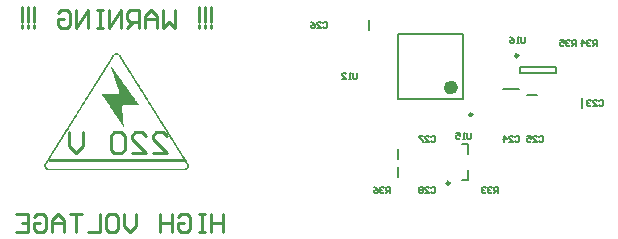
<source format=gbo>
G04*
G04 #@! TF.GenerationSoftware,Altium Limited,Altium Designer,24.5.2 (23)*
G04*
G04 Layer_Color=32896*
%FSLAX25Y25*%
%MOIN*%
G70*
G04*
G04 #@! TF.SameCoordinates,2268A734-3591-48FF-B187-AB4D2D4595D2*
G04*
G04*
G04 #@! TF.FilePolarity,Positive*
G04*
G01*
G75*
%ADD10C,0.00984*%
%ADD11C,0.01000*%
%ADD12C,0.00787*%
%ADD16C,0.00500*%
%ADD65C,0.02362*%
G36*
X80318Y190369D02*
X80764D01*
Y190220D01*
X80913D01*
Y190071D01*
X81062D01*
Y189922D01*
X81211D01*
Y189774D01*
X81359D01*
Y189476D01*
X81508D01*
Y189327D01*
X81657D01*
Y189029D01*
X81806D01*
Y188732D01*
X81955D01*
Y188583D01*
X82104D01*
Y188285D01*
X82253D01*
Y188136D01*
X82402D01*
Y187839D01*
X82550D01*
Y187690D01*
X82699D01*
Y187392D01*
X82848D01*
Y187094D01*
X82997D01*
Y186945D01*
X83146D01*
Y186648D01*
X83295D01*
Y186499D01*
X83443D01*
Y186201D01*
X83592D01*
Y185904D01*
X83741D01*
Y185755D01*
X83890D01*
Y185457D01*
X84039D01*
Y185308D01*
X84188D01*
Y185011D01*
X84337D01*
Y184713D01*
X84485D01*
Y184564D01*
X84634D01*
Y184266D01*
X84783D01*
Y184117D01*
X84932D01*
Y183820D01*
X85081D01*
Y183522D01*
X85230D01*
Y183373D01*
X85378D01*
Y183075D01*
X85527D01*
Y182927D01*
X85676D01*
Y182629D01*
X85825D01*
Y182331D01*
X85974D01*
Y182182D01*
X86123D01*
Y181885D01*
X86272D01*
Y181736D01*
X86420D01*
Y181438D01*
X86569D01*
Y181140D01*
X86718D01*
Y180992D01*
X86867D01*
Y180694D01*
X87016D01*
Y180545D01*
X87165D01*
Y180247D01*
X87313D01*
Y179950D01*
X87462D01*
Y179801D01*
X87611D01*
Y179503D01*
X87760D01*
Y179354D01*
X87909D01*
Y179057D01*
X88058D01*
Y178759D01*
X88206D01*
Y178610D01*
X88355D01*
Y178312D01*
X88504D01*
Y178164D01*
X88653D01*
Y177866D01*
X88802D01*
Y177568D01*
X88951D01*
Y177419D01*
X89100D01*
Y177122D01*
X89248D01*
Y176973D01*
X89397D01*
Y176675D01*
X89546D01*
Y176526D01*
X89695D01*
Y176228D01*
X89844D01*
Y175931D01*
X89993D01*
Y175782D01*
X90141D01*
Y175484D01*
X90290D01*
Y175335D01*
X90439D01*
Y175038D01*
X90588D01*
Y174740D01*
X90737D01*
Y174591D01*
X90886D01*
Y174293D01*
X91035D01*
Y174145D01*
X91183D01*
Y173847D01*
X91332D01*
Y173549D01*
X91481D01*
Y173400D01*
X91630D01*
Y173103D01*
X91779D01*
Y172954D01*
X91928D01*
Y172656D01*
X92076D01*
Y172359D01*
X92225D01*
Y172210D01*
X92374D01*
Y171912D01*
X92523D01*
Y171763D01*
X92672D01*
Y171465D01*
X92821D01*
Y171168D01*
X92970D01*
Y171019D01*
X93118D01*
Y170721D01*
X93267D01*
Y170572D01*
X93416D01*
Y170275D01*
X93565D01*
Y169977D01*
X93714D01*
Y169828D01*
X93863D01*
Y169530D01*
X94011D01*
Y169381D01*
X94160D01*
Y169084D01*
X94309D01*
Y168786D01*
X94458D01*
Y168637D01*
X94607D01*
Y168340D01*
X94756D01*
Y168191D01*
X94905D01*
Y167893D01*
X95053D01*
Y167595D01*
X95202D01*
Y167446D01*
X95351D01*
Y167149D01*
X95500D01*
Y167000D01*
X95649D01*
Y166702D01*
X95798D01*
Y166405D01*
X95947D01*
Y166256D01*
X96095D01*
Y165958D01*
X96244D01*
Y165809D01*
X96393D01*
Y165512D01*
X96542D01*
Y165214D01*
X96691D01*
Y165065D01*
X96840D01*
Y164767D01*
X96988D01*
Y164619D01*
X97137D01*
Y164321D01*
X97286D01*
Y164023D01*
X97435D01*
Y163874D01*
X97584D01*
Y163576D01*
X97733D01*
Y163428D01*
X97882D01*
Y163130D01*
X98030D01*
Y162832D01*
X98179D01*
Y162683D01*
X98328D01*
Y162386D01*
X98477D01*
Y162237D01*
X98626D01*
Y161939D01*
X98775D01*
Y161642D01*
X98923D01*
Y161493D01*
X99072D01*
Y161195D01*
X99221D01*
Y161046D01*
X99370D01*
Y160748D01*
X99519D01*
Y160600D01*
X99668D01*
Y160302D01*
X99817D01*
Y160004D01*
X99965D01*
Y159855D01*
X100114D01*
Y159558D01*
X100263D01*
Y159409D01*
X100412D01*
Y159111D01*
X100561D01*
Y158813D01*
X100710D01*
Y158665D01*
X100858D01*
Y158367D01*
X101007D01*
Y158218D01*
X101156D01*
Y157920D01*
X101305D01*
Y157623D01*
X101454D01*
Y157474D01*
X101603D01*
Y157176D01*
X101752D01*
Y157027D01*
X101900D01*
Y156730D01*
X102049D01*
Y156432D01*
X102198D01*
Y156283D01*
X102347D01*
Y155985D01*
X102496D01*
Y155836D01*
X102645D01*
Y155539D01*
X102794D01*
Y155241D01*
X102942D01*
Y155092D01*
X103091D01*
Y154795D01*
X103240D01*
Y154646D01*
X103389D01*
Y154348D01*
X103538D01*
Y154050D01*
X103687D01*
Y153902D01*
X103835D01*
Y153604D01*
X103984D01*
Y152413D01*
X103835D01*
Y152115D01*
X103687D01*
Y151967D01*
X103538D01*
Y151818D01*
X103389D01*
Y151669D01*
X103091D01*
Y151520D01*
X56800D01*
Y151669D01*
X56502D01*
Y151818D01*
X56353D01*
Y151967D01*
X56204D01*
Y152264D01*
X56056D01*
Y152562D01*
X55907D01*
Y153455D01*
X56056D01*
Y153753D01*
X56204D01*
Y154050D01*
X56353D01*
Y154348D01*
X56502D01*
Y154497D01*
X56651D01*
Y154795D01*
X56800D01*
Y155092D01*
X56949D01*
Y155241D01*
X57098D01*
Y155539D01*
X57246D01*
Y155688D01*
X57395D01*
Y155985D01*
X57544D01*
Y156134D01*
X57693D01*
Y156432D01*
X57842D01*
Y156730D01*
X57991D01*
Y156878D01*
X58139D01*
Y157176D01*
X58288D01*
Y157325D01*
X58437D01*
Y157623D01*
X58586D01*
Y157920D01*
X58735D01*
Y158069D01*
X58884D01*
Y158367D01*
X59032D01*
Y158516D01*
X59181D01*
Y158813D01*
X59330D01*
Y159111D01*
X59479D01*
Y159260D01*
X59628D01*
Y159558D01*
X59777D01*
Y159706D01*
X59926D01*
Y160004D01*
X60074D01*
Y160302D01*
X60223D01*
Y160451D01*
X60372D01*
Y160748D01*
X60521D01*
Y160897D01*
X60670D01*
Y161195D01*
X60819D01*
Y161493D01*
X60967D01*
Y161642D01*
X61116D01*
Y161939D01*
X61265D01*
Y162088D01*
X61414D01*
Y162386D01*
X61563D01*
Y162683D01*
X61712D01*
Y162832D01*
X61861D01*
Y163130D01*
X62009D01*
Y163279D01*
X62158D01*
Y163576D01*
X62307D01*
Y163874D01*
X62456D01*
Y164023D01*
X62605D01*
Y164321D01*
X62754D01*
Y164470D01*
X62902D01*
Y164767D01*
X63051D01*
Y165065D01*
X63200D01*
Y165214D01*
X63349D01*
Y165512D01*
X63498D01*
Y165660D01*
X63647D01*
Y165958D01*
X63796D01*
Y166107D01*
X63944D01*
Y166405D01*
X64093D01*
Y166702D01*
X64242D01*
Y166851D01*
X64391D01*
Y167149D01*
X64540D01*
Y167298D01*
X64689D01*
Y167595D01*
X64837D01*
Y167893D01*
X64986D01*
Y168042D01*
X65135D01*
Y168340D01*
X65284D01*
Y168637D01*
X65433D01*
Y168786D01*
X65582D01*
Y169084D01*
X65731D01*
Y169233D01*
X65879D01*
Y169530D01*
X66028D01*
Y169679D01*
X66177D01*
Y169977D01*
X66326D01*
Y170275D01*
X66475D01*
Y170423D01*
X66624D01*
Y170721D01*
X66773D01*
Y170870D01*
X66921D01*
Y171168D01*
X67070D01*
Y171465D01*
X67219D01*
Y171614D01*
X67368D01*
Y171912D01*
X67517D01*
Y172061D01*
X67666D01*
Y172359D01*
X67814D01*
Y172656D01*
X67963D01*
Y172805D01*
X68112D01*
Y173103D01*
X68261D01*
Y173252D01*
X68410D01*
Y173549D01*
X68559D01*
Y173847D01*
X68708D01*
Y173996D01*
X68856D01*
Y174293D01*
X69005D01*
Y174442D01*
X69154D01*
Y174740D01*
X69303D01*
Y175038D01*
X69452D01*
Y175187D01*
X69601D01*
Y175484D01*
X69749D01*
Y175633D01*
X69898D01*
Y175931D01*
X70047D01*
Y176228D01*
X70196D01*
Y176377D01*
X70345D01*
Y176675D01*
X70494D01*
Y176824D01*
X70643D01*
Y177122D01*
X70791D01*
Y177270D01*
X70940D01*
Y177568D01*
X71089D01*
Y177866D01*
X71238D01*
Y178015D01*
X71387D01*
Y178312D01*
X71536D01*
Y178610D01*
X71684D01*
Y178759D01*
X71833D01*
Y179057D01*
X71982D01*
Y179205D01*
X72131D01*
Y179503D01*
X72280D01*
Y179801D01*
X72429D01*
Y179950D01*
X72578D01*
Y180247D01*
X72726D01*
Y180396D01*
X72875D01*
Y180694D01*
X73024D01*
Y180843D01*
X73173D01*
Y181140D01*
X73322D01*
Y181438D01*
X73471D01*
Y181587D01*
X73620D01*
Y181885D01*
X73768D01*
Y182182D01*
X73917D01*
Y182331D01*
X74066D01*
Y182629D01*
X74215D01*
Y182778D01*
X74364D01*
Y183075D01*
X74513D01*
Y183224D01*
X74661D01*
Y183522D01*
X74810D01*
Y183820D01*
X74959D01*
Y183969D01*
X75108D01*
Y184266D01*
X75257D01*
Y184415D01*
X75406D01*
Y184713D01*
X75555D01*
Y185011D01*
X75703D01*
Y185159D01*
X75852D01*
Y185457D01*
X76001D01*
Y185606D01*
X76150D01*
Y185904D01*
X76299D01*
Y186201D01*
X76448D01*
Y186350D01*
X76596D01*
Y186648D01*
X76745D01*
Y186797D01*
X76894D01*
Y187094D01*
X77043D01*
Y187392D01*
X77192D01*
Y187541D01*
X77341D01*
Y187839D01*
X77490D01*
Y187987D01*
X77638D01*
Y188285D01*
X77787D01*
Y188583D01*
X77936D01*
Y188732D01*
X78085D01*
Y189029D01*
X78234D01*
Y189178D01*
X78383D01*
Y189476D01*
X78531D01*
Y189774D01*
X78680D01*
Y189922D01*
X78829D01*
Y190071D01*
X78978D01*
Y190220D01*
X79127D01*
Y190369D01*
X79573D01*
Y190518D01*
X80318D01*
Y190369D01*
D02*
G37*
%LPC*%
G36*
X80467Y189922D02*
X79573D01*
Y189774D01*
X79276D01*
Y189625D01*
X79127D01*
Y189327D01*
X78978D01*
Y189178D01*
X78829D01*
Y188881D01*
X78680D01*
Y188732D01*
X78531D01*
Y188434D01*
X78383D01*
Y188136D01*
X78234D01*
Y187987D01*
X78085D01*
Y187690D01*
X77936D01*
Y187541D01*
X77787D01*
Y187243D01*
X77638D01*
Y186945D01*
X77490D01*
Y186797D01*
X77341D01*
Y186499D01*
X77192D01*
Y186350D01*
X77043D01*
Y186052D01*
X76894D01*
Y185755D01*
X76745D01*
Y185606D01*
X76596D01*
Y185308D01*
X76448D01*
Y185159D01*
X76299D01*
Y184862D01*
X76150D01*
Y184564D01*
X76001D01*
Y184415D01*
X75852D01*
Y184117D01*
X75703D01*
Y183969D01*
X75555D01*
Y183671D01*
X75406D01*
Y183373D01*
X75257D01*
Y183224D01*
X75108D01*
Y182927D01*
X74959D01*
Y182778D01*
X74810D01*
Y182480D01*
X74661D01*
Y182182D01*
X74513D01*
Y182034D01*
X74364D01*
Y181736D01*
X74215D01*
Y181587D01*
X74066D01*
Y181289D01*
X73917D01*
Y180992D01*
X73768D01*
Y180843D01*
X73620D01*
Y180545D01*
X73471D01*
Y180396D01*
X73322D01*
Y180098D01*
X73173D01*
Y179801D01*
X73024D01*
Y179652D01*
X72875D01*
Y179354D01*
X72726D01*
Y179205D01*
X72578D01*
Y178908D01*
X72429D01*
Y178759D01*
X72280D01*
Y178461D01*
X72131D01*
Y178164D01*
X71982D01*
Y178015D01*
X71833D01*
Y177717D01*
X71684D01*
Y177568D01*
X71536D01*
Y177270D01*
X71387D01*
Y176973D01*
X71238D01*
Y176824D01*
X71089D01*
Y176526D01*
X70940D01*
Y176377D01*
X70791D01*
Y176080D01*
X70643D01*
Y175782D01*
X70494D01*
Y175633D01*
X70345D01*
Y175335D01*
X70196D01*
Y175187D01*
X70047D01*
Y174889D01*
X69898D01*
Y174591D01*
X69749D01*
Y174442D01*
X69601D01*
Y174145D01*
X69452D01*
Y173996D01*
X69303D01*
Y173698D01*
X69154D01*
Y173400D01*
X69005D01*
Y173252D01*
X68856D01*
Y172954D01*
X68708D01*
Y172805D01*
X68559D01*
Y172507D01*
X68410D01*
Y172210D01*
X68261D01*
Y172061D01*
X68112D01*
Y171763D01*
X67963D01*
Y171614D01*
X67814D01*
Y171317D01*
X67666D01*
Y171168D01*
X67517D01*
Y170870D01*
X67368D01*
Y170572D01*
X67219D01*
Y170423D01*
X67070D01*
Y170126D01*
X66921D01*
Y169828D01*
X66773D01*
Y169679D01*
X66624D01*
Y169381D01*
X66475D01*
Y169233D01*
X66326D01*
Y168935D01*
X66177D01*
Y168637D01*
X66028D01*
Y168489D01*
X65879D01*
Y168191D01*
X65731D01*
Y168042D01*
X65582D01*
Y167744D01*
X65433D01*
Y167446D01*
X65284D01*
Y167298D01*
X65135D01*
Y167000D01*
X64986D01*
Y166851D01*
X64837D01*
Y166553D01*
X64689D01*
Y166405D01*
X64540D01*
Y166107D01*
X64391D01*
Y165809D01*
X64242D01*
Y165660D01*
X64093D01*
Y165363D01*
X63944D01*
Y165065D01*
X63796D01*
Y164916D01*
X63647D01*
Y164619D01*
X63498D01*
Y164470D01*
X63349D01*
Y164172D01*
X63200D01*
Y163874D01*
X63051D01*
Y163725D01*
X62902D01*
Y163428D01*
X62754D01*
Y163279D01*
X62605D01*
Y162981D01*
X62456D01*
Y162832D01*
X62307D01*
Y162535D01*
X62158D01*
Y162237D01*
X62009D01*
Y162088D01*
X61861D01*
Y161790D01*
X61712D01*
Y161642D01*
X61563D01*
Y161344D01*
X61414D01*
Y161046D01*
X61265D01*
Y160897D01*
X61116D01*
Y160600D01*
X60967D01*
Y160451D01*
X60819D01*
Y160153D01*
X60670D01*
Y159855D01*
X60521D01*
Y159706D01*
X60372D01*
Y159409D01*
X60223D01*
Y159260D01*
X60074D01*
Y158962D01*
X59926D01*
Y158665D01*
X59777D01*
Y158516D01*
X59628D01*
Y158218D01*
X59479D01*
Y158069D01*
X59330D01*
Y157772D01*
X59181D01*
Y157474D01*
X59032D01*
Y157325D01*
X58884D01*
Y157027D01*
X58735D01*
Y156878D01*
X58586D01*
Y156581D01*
X58437D01*
Y156283D01*
X58288D01*
Y156134D01*
X58139D01*
Y155836D01*
X57991D01*
Y155688D01*
X57842D01*
Y155390D01*
X57693D01*
Y155092D01*
X57544D01*
Y154943D01*
X57395D01*
Y154646D01*
X57246D01*
Y154497D01*
X57098D01*
Y154199D01*
X56949D01*
Y153902D01*
X56800D01*
Y153753D01*
X56651D01*
Y153455D01*
X56502D01*
Y152562D01*
X56651D01*
Y152264D01*
X56800D01*
Y152115D01*
X57246D01*
Y151967D01*
X102794D01*
Y152115D01*
X103091D01*
Y152264D01*
X103240D01*
Y152413D01*
X103389D01*
Y152859D01*
X103538D01*
Y153008D01*
X103389D01*
Y153604D01*
X103240D01*
Y153753D01*
X103091D01*
Y154050D01*
X102942D01*
Y154199D01*
X102794D01*
Y154497D01*
X102645D01*
Y154795D01*
X102496D01*
Y154943D01*
X102347D01*
Y155241D01*
X102198D01*
Y155390D01*
X102049D01*
Y155688D01*
X101900D01*
Y155985D01*
X101752D01*
Y156134D01*
X101603D01*
Y156432D01*
X101454D01*
Y156581D01*
X101305D01*
Y156878D01*
X101156D01*
Y157027D01*
X101007D01*
Y157325D01*
X100858D01*
Y157623D01*
X100710D01*
Y157772D01*
X100561D01*
Y158069D01*
X100412D01*
Y158367D01*
X100263D01*
Y158516D01*
X100114D01*
Y158813D01*
X99965D01*
Y158962D01*
X99817D01*
Y159260D01*
X99668D01*
Y159558D01*
X99519D01*
Y159706D01*
X99370D01*
Y160004D01*
X99221D01*
Y160153D01*
X99072D01*
Y160451D01*
X98923D01*
Y160748D01*
X98775D01*
Y160897D01*
X98626D01*
Y161195D01*
X98477D01*
Y161344D01*
X98328D01*
Y161642D01*
X98179D01*
Y161790D01*
X98030D01*
Y162088D01*
X97882D01*
Y162386D01*
X97733D01*
Y162535D01*
X97584D01*
Y162832D01*
X97435D01*
Y162981D01*
X97286D01*
Y163279D01*
X97137D01*
Y163576D01*
X96988D01*
Y163725D01*
X96840D01*
Y164023D01*
X96691D01*
Y164172D01*
X96542D01*
Y164470D01*
X96393D01*
Y164767D01*
X96244D01*
Y164916D01*
X96095D01*
Y165214D01*
X95947D01*
Y165363D01*
X95798D01*
Y165660D01*
X95649D01*
Y165958D01*
X95500D01*
Y166107D01*
X95351D01*
Y166405D01*
X95202D01*
Y166553D01*
X95053D01*
Y166851D01*
X94905D01*
Y167149D01*
X94756D01*
Y167298D01*
X94607D01*
Y167595D01*
X94458D01*
Y167744D01*
X94309D01*
Y168042D01*
X94160D01*
Y168340D01*
X94011D01*
Y168489D01*
X93863D01*
Y168786D01*
X93714D01*
Y168935D01*
X93565D01*
Y169233D01*
X93416D01*
Y169530D01*
X93267D01*
Y169679D01*
X93118D01*
Y169977D01*
X92970D01*
Y170126D01*
X92821D01*
Y170423D01*
X92672D01*
Y170572D01*
X92523D01*
Y170870D01*
X92374D01*
Y171168D01*
X92225D01*
Y171317D01*
X92076D01*
Y171614D01*
X91928D01*
Y171763D01*
X91779D01*
Y172061D01*
X91630D01*
Y172359D01*
X91481D01*
Y172507D01*
X91332D01*
Y172805D01*
X91183D01*
Y173103D01*
X91035D01*
Y173252D01*
X90886D01*
Y173549D01*
X90737D01*
Y173698D01*
X90588D01*
Y173996D01*
X90439D01*
Y174145D01*
X90290D01*
Y174442D01*
X90141D01*
Y174740D01*
X89993D01*
Y174889D01*
X89844D01*
Y175187D01*
X89695D01*
Y175335D01*
X89546D01*
Y175633D01*
X89397D01*
Y175931D01*
X89248D01*
Y176080D01*
X89100D01*
Y176377D01*
X88951D01*
Y176526D01*
X88802D01*
Y176824D01*
X88653D01*
Y177122D01*
X88504D01*
Y177270D01*
X88355D01*
Y177568D01*
X88206D01*
Y177717D01*
X88058D01*
Y178015D01*
X87909D01*
Y178312D01*
X87760D01*
Y178461D01*
X87611D01*
Y178759D01*
X87462D01*
Y178908D01*
X87313D01*
Y179205D01*
X87165D01*
Y179503D01*
X87016D01*
Y179652D01*
X86867D01*
Y179950D01*
X86718D01*
Y180098D01*
X86569D01*
Y180396D01*
X86420D01*
Y180694D01*
X86272D01*
Y180843D01*
X86123D01*
Y181140D01*
X85974D01*
Y181289D01*
X85825D01*
Y181587D01*
X85676D01*
Y181885D01*
X85527D01*
Y182034D01*
X85378D01*
Y182331D01*
X85230D01*
Y182480D01*
X85081D01*
Y182778D01*
X84932D01*
Y183075D01*
X84783D01*
Y183224D01*
X84634D01*
Y183522D01*
X84485D01*
Y183671D01*
X84337D01*
Y183969D01*
X84188D01*
Y184266D01*
X84039D01*
Y184415D01*
X83890D01*
Y184713D01*
X83741D01*
Y184862D01*
X83592D01*
Y185159D01*
X83443D01*
Y185457D01*
X83295D01*
Y185606D01*
X83146D01*
Y185904D01*
X82997D01*
Y186052D01*
X82848D01*
Y186350D01*
X82699D01*
Y186499D01*
X82550D01*
Y186797D01*
X82402D01*
Y187094D01*
X82253D01*
Y187243D01*
X82104D01*
Y187541D01*
X81955D01*
Y187690D01*
X81806D01*
Y187987D01*
X81657D01*
Y188285D01*
X81508D01*
Y188434D01*
X81359D01*
Y188732D01*
X81211D01*
Y189029D01*
X81062D01*
Y189178D01*
X80913D01*
Y189476D01*
X80764D01*
Y189625D01*
X80615D01*
Y189774D01*
X80467D01*
Y189922D01*
D02*
G37*
%LPD*%
G36*
X78234Y186052D02*
X78383D01*
Y185755D01*
X78531D01*
Y185606D01*
X78680D01*
Y185308D01*
X78829D01*
Y185159D01*
X78978D01*
Y185011D01*
X79127D01*
Y184713D01*
X79276D01*
Y184564D01*
X79425D01*
Y184415D01*
X79573D01*
Y184117D01*
X79722D01*
Y183969D01*
X79871D01*
Y183671D01*
X80020D01*
Y183522D01*
X80169D01*
Y183373D01*
X80318D01*
Y183075D01*
X80467D01*
Y182927D01*
X80615D01*
Y182629D01*
X80764D01*
Y182480D01*
X80913D01*
Y182331D01*
X81062D01*
Y182034D01*
X81211D01*
Y181885D01*
X81359D01*
Y181587D01*
X81508D01*
Y181438D01*
X81657D01*
Y181289D01*
X81806D01*
Y180992D01*
X81955D01*
Y180843D01*
X82104D01*
Y180545D01*
X82253D01*
Y180396D01*
X82402D01*
Y180247D01*
X82550D01*
Y179950D01*
X82699D01*
Y179801D01*
X82848D01*
Y179503D01*
X82997D01*
Y179354D01*
X83146D01*
Y179205D01*
X83295D01*
Y178908D01*
X83443D01*
Y178759D01*
X83592D01*
Y178610D01*
X83741D01*
Y178312D01*
X83890D01*
Y178164D01*
X84039D01*
Y177866D01*
X84188D01*
Y177717D01*
X84337D01*
Y177419D01*
X84485D01*
Y177270D01*
X84634D01*
Y177122D01*
X84783D01*
Y176824D01*
X84932D01*
Y176675D01*
X85081D01*
Y176377D01*
X85230D01*
Y176228D01*
X85378D01*
Y176080D01*
X85527D01*
Y175782D01*
X85676D01*
Y175633D01*
X85825D01*
Y175484D01*
X85974D01*
Y175187D01*
X86123D01*
Y175038D01*
X86272D01*
Y174740D01*
X86420D01*
Y174591D01*
X86569D01*
Y174442D01*
X86718D01*
Y174145D01*
X86867D01*
Y173996D01*
X87016D01*
Y173698D01*
X87165D01*
Y173549D01*
X87313D01*
Y173400D01*
X87462D01*
Y173103D01*
X82253D01*
Y172954D01*
X81508D01*
Y172805D01*
X81657D01*
Y171763D01*
X81806D01*
Y170572D01*
X81955D01*
Y169381D01*
X82104D01*
Y168191D01*
X82253D01*
Y167000D01*
X82402D01*
Y165809D01*
X82253D01*
Y166107D01*
X82104D01*
Y166405D01*
X81955D01*
Y166553D01*
X81806D01*
Y166851D01*
X81657D01*
Y167000D01*
X81508D01*
Y167298D01*
X81359D01*
Y167446D01*
X81211D01*
Y167744D01*
X81062D01*
Y167893D01*
X80913D01*
Y168191D01*
X80764D01*
Y168340D01*
X80615D01*
Y168637D01*
X80467D01*
Y168786D01*
X80318D01*
Y169084D01*
X80169D01*
Y169233D01*
X80020D01*
Y169530D01*
X79871D01*
Y169679D01*
X79722D01*
Y169977D01*
X79573D01*
Y170126D01*
X79425D01*
Y170423D01*
X79276D01*
Y170572D01*
X79127D01*
Y170870D01*
X78978D01*
Y171019D01*
X78829D01*
Y171317D01*
X78680D01*
Y171465D01*
X78531D01*
Y171763D01*
X78383D01*
Y171912D01*
X78234D01*
Y172210D01*
X78085D01*
Y172359D01*
X77936D01*
Y172656D01*
X77787D01*
Y172805D01*
X77638D01*
Y173103D01*
X77490D01*
Y173252D01*
X77341D01*
Y173549D01*
X77192D01*
Y173698D01*
X77043D01*
Y173996D01*
X76894D01*
Y174145D01*
X76745D01*
Y174442D01*
X76596D01*
Y174591D01*
X76448D01*
Y174889D01*
X76299D01*
Y175038D01*
X76150D01*
Y175335D01*
X76001D01*
Y175484D01*
X75852D01*
Y175782D01*
X75703D01*
Y175931D01*
X75555D01*
Y176228D01*
X75406D01*
Y176377D01*
X75257D01*
Y176675D01*
X75108D01*
Y176824D01*
X81062D01*
Y176973D01*
X80913D01*
Y177568D01*
X80764D01*
Y178015D01*
X80615D01*
Y178461D01*
X80467D01*
Y178908D01*
X80318D01*
Y179354D01*
X80169D01*
Y179801D01*
X80020D01*
Y180247D01*
X79871D01*
Y180694D01*
X79722D01*
Y181140D01*
X79573D01*
Y181736D01*
X79425D01*
Y182182D01*
X79276D01*
Y182629D01*
X79127D01*
Y183075D01*
X78978D01*
Y183522D01*
X78829D01*
Y183969D01*
X78680D01*
Y184415D01*
X78531D01*
Y184862D01*
X78383D01*
Y185308D01*
X78234D01*
Y185755D01*
X78085D01*
Y186201D01*
X78234D01*
Y186052D01*
D02*
G37*
D10*
X198575Y170055D02*
G03*
X198575Y170055I-492J0D01*
G01*
X190992Y147173D02*
G03*
X190992Y147173I-492J0D01*
G01*
X213807Y189724D02*
G03*
X213807Y189724I-492J0D01*
G01*
D11*
X57376Y154887D02*
X102762D01*
X111500Y200999D02*
Y205998D01*
Y200000D02*
Y199000D01*
X109501Y200999D02*
Y205998D01*
Y200000D02*
Y199000D01*
X107501Y200999D02*
Y205998D01*
Y200000D02*
Y199000D01*
X99504Y204998D02*
Y199000D01*
X97505Y200999D01*
X95505Y199000D01*
Y204998D01*
X93506Y199000D02*
Y202999D01*
X91506Y204998D01*
X89507Y202999D01*
Y199000D01*
Y201999D01*
X93506D01*
X87508Y199000D02*
Y204998D01*
X84509D01*
X83509Y203998D01*
Y201999D01*
X84509Y200999D01*
X87508D01*
X85508D02*
X83509Y199000D01*
X81510D02*
Y204998D01*
X77511Y199000D01*
Y204998D01*
X75512D02*
X73512D01*
X74512D01*
Y199000D01*
X75512D01*
X73512D01*
X70513D02*
Y204998D01*
X66515Y199000D01*
Y204998D01*
X60517Y203998D02*
X61516Y204998D01*
X63516D01*
X64515Y203998D01*
Y200000D01*
X63516Y199000D01*
X61516D01*
X60517Y200000D01*
Y201999D01*
X62516D01*
X52519Y200999D02*
Y205998D01*
Y200000D02*
Y199000D01*
X50520Y200999D02*
Y205998D01*
Y200000D02*
Y199000D01*
X48520Y200999D02*
Y205998D01*
Y200000D02*
Y199000D01*
X115500Y136998D02*
Y131000D01*
Y133999D01*
X111501D01*
Y136998D01*
Y131000D01*
X109502Y136998D02*
X107503D01*
X108502D01*
Y131000D01*
X109502D01*
X107503D01*
X100505Y135998D02*
X101505Y136998D01*
X103504D01*
X104504Y135998D01*
Y132000D01*
X103504Y131000D01*
X101505D01*
X100505Y132000D01*
Y133999D01*
X102504D01*
X98506Y136998D02*
Y131000D01*
Y133999D01*
X94507D01*
Y136998D01*
Y131000D01*
X86509Y136998D02*
Y132999D01*
X84510Y131000D01*
X82511Y132999D01*
Y136998D01*
X77512D02*
X79512D01*
X80511Y135998D01*
Y132000D01*
X79512Y131000D01*
X77512D01*
X76513Y132000D01*
Y135998D01*
X77512Y136998D01*
X74513D02*
Y131000D01*
X70515D01*
X68515Y136998D02*
X64517D01*
X66516D01*
Y131000D01*
X62517D02*
Y134999D01*
X60518Y136998D01*
X58518Y134999D01*
Y131000D01*
Y133999D01*
X62517D01*
X52520Y135998D02*
X53520Y136998D01*
X55519D01*
X56519Y135998D01*
Y132000D01*
X55519Y131000D01*
X53520D01*
X52520Y132000D01*
Y133999D01*
X54520D01*
X46522Y136998D02*
X50521D01*
Y131000D01*
X46522D01*
X50521Y133999D02*
X48522D01*
X92035Y157212D02*
X96700D01*
X92035Y161877D01*
Y163044D01*
X93201Y164210D01*
X95534D01*
X96700Y163044D01*
X85037Y157212D02*
X89702D01*
X85037Y161877D01*
Y163044D01*
X86203Y164210D01*
X88536D01*
X89702Y163044D01*
X82705D02*
X81538Y164210D01*
X79206D01*
X78039Y163044D01*
Y158379D01*
X79206Y157212D01*
X81538D01*
X82705Y158379D01*
Y163044D01*
X68709Y164210D02*
Y159545D01*
X66376Y157212D01*
X64044Y159545D01*
Y164210D01*
D12*
X173673Y175173D02*
Y196827D01*
X195327Y175173D02*
Y196827D01*
X173673D02*
X195327D01*
X173673Y175173D02*
X195327D01*
X164193Y198425D02*
Y201575D01*
X195028Y148354D02*
X196996D01*
Y151504D01*
X195028Y160165D02*
X196996D01*
Y157016D02*
Y160165D01*
X173807Y149425D02*
Y152575D01*
Y155425D02*
Y158575D01*
X235193Y172425D02*
Y175575D01*
X216925Y176693D02*
X220075D01*
X208941Y178480D02*
X214059D01*
X214398Y184016D02*
Y185984D01*
X226602Y184016D02*
Y185984D01*
X214398D02*
X226602D01*
X214398Y184016D02*
X226602D01*
D16*
X184833Y145667D02*
X185166Y146000D01*
X185833D01*
X186166Y145667D01*
Y144334D01*
X185833Y144000D01*
X185166D01*
X184833Y144334D01*
X182834Y144000D02*
X184167D01*
X182834Y145333D01*
Y145667D01*
X183167Y146000D01*
X183833D01*
X184167Y145667D01*
X182167D02*
X181834Y146000D01*
X181167D01*
X180834Y145667D01*
Y145333D01*
X181167Y145000D01*
X180834Y144667D01*
Y144334D01*
X181167Y144000D01*
X181834D01*
X182167Y144334D01*
Y144667D01*
X181834Y145000D01*
X182167Y145333D01*
Y145667D01*
X181834Y145000D02*
X181167D01*
X184833Y162666D02*
X185166Y163000D01*
X185833D01*
X186166Y162666D01*
Y161334D01*
X185833Y161000D01*
X185166D01*
X184833Y161334D01*
X182834Y161000D02*
X184167D01*
X182834Y162333D01*
Y162666D01*
X183167Y163000D01*
X183833D01*
X184167Y162666D01*
X182167Y163000D02*
X180834D01*
Y162666D01*
X182167Y161334D01*
Y161000D01*
X148833Y200666D02*
X149166Y201000D01*
X149833D01*
X150166Y200666D01*
Y199334D01*
X149833Y199000D01*
X149166D01*
X148833Y199334D01*
X146834Y199000D02*
X148167D01*
X146834Y200333D01*
Y200666D01*
X147167Y201000D01*
X147833D01*
X148167Y200666D01*
X144834Y201000D02*
X145501Y200666D01*
X146167Y200000D01*
Y199334D01*
X145834Y199000D01*
X145167D01*
X144834Y199334D01*
Y199667D01*
X145167Y200000D01*
X146167D01*
X220833Y162666D02*
X221166Y163000D01*
X221833D01*
X222166Y162666D01*
Y161334D01*
X221833Y161000D01*
X221166D01*
X220833Y161334D01*
X218834Y161000D02*
X220166D01*
X218834Y162333D01*
Y162666D01*
X219167Y163000D01*
X219833D01*
X220166Y162666D01*
X216834Y163000D02*
X218167D01*
Y162000D01*
X217501Y162333D01*
X217167D01*
X216834Y162000D01*
Y161334D01*
X217167Y161000D01*
X217834D01*
X218167Y161334D01*
X212833Y162666D02*
X213166Y163000D01*
X213833D01*
X214166Y162666D01*
Y161334D01*
X213833Y161000D01*
X213166D01*
X212833Y161334D01*
X210834Y161000D02*
X212166D01*
X210834Y162333D01*
Y162666D01*
X211167Y163000D01*
X211833D01*
X212166Y162666D01*
X209167Y161000D02*
Y163000D01*
X210167Y162000D01*
X208834D01*
X215999Y196000D02*
Y194334D01*
X215666Y194000D01*
X215000D01*
X214666Y194334D01*
Y196000D01*
X214000Y194000D02*
X213333D01*
X213667D01*
Y196000D01*
X214000Y195667D01*
X211001Y196000D02*
X211667Y195667D01*
X212334Y195000D01*
Y194334D01*
X212000Y194000D01*
X211334D01*
X211001Y194334D01*
Y194667D01*
X211334Y195000D01*
X212334D01*
X197999Y164000D02*
Y162334D01*
X197666Y162000D01*
X197000D01*
X196666Y162334D01*
Y164000D01*
X196000Y162000D02*
X195333D01*
X195667D01*
Y164000D01*
X196000Y163666D01*
X193001Y164000D02*
X194334D01*
Y163000D01*
X193667Y163333D01*
X193334D01*
X193001Y163000D01*
Y162334D01*
X193334Y162000D01*
X194000D01*
X194334Y162334D01*
X159999Y184000D02*
Y182334D01*
X159666Y182000D01*
X159000D01*
X158666Y182334D01*
Y184000D01*
X158000Y182000D02*
X157333D01*
X157667D01*
Y184000D01*
X158000Y183667D01*
X155001Y182000D02*
X156334D01*
X155001Y183333D01*
Y183667D01*
X155334Y184000D01*
X156000D01*
X156334Y183667D01*
X171166Y144000D02*
Y146000D01*
X170166D01*
X169833Y145667D01*
Y145000D01*
X170166Y144667D01*
X171166D01*
X170499D02*
X169833Y144000D01*
X169167Y145667D02*
X168833Y146000D01*
X168167D01*
X167833Y145667D01*
Y145333D01*
X168167Y145000D01*
X168500D01*
X168167D01*
X167833Y144667D01*
Y144334D01*
X168167Y144000D01*
X168833D01*
X169167Y144334D01*
X165834Y146000D02*
X166501Y145667D01*
X167167Y145000D01*
Y144334D01*
X166834Y144000D01*
X166167D01*
X165834Y144334D01*
Y144667D01*
X166167Y145000D01*
X167167D01*
X233166Y193000D02*
Y195000D01*
X232166D01*
X231833Y194667D01*
Y194000D01*
X232166Y193667D01*
X233166D01*
X232499D02*
X231833Y193000D01*
X231166Y194667D02*
X230833Y195000D01*
X230167D01*
X229834Y194667D01*
Y194333D01*
X230167Y194000D01*
X230500D01*
X230167D01*
X229834Y193667D01*
Y193334D01*
X230167Y193000D01*
X230833D01*
X231166Y193334D01*
X227834Y195000D02*
X229167D01*
Y194000D01*
X228501Y194333D01*
X228167D01*
X227834Y194000D01*
Y193334D01*
X228167Y193000D01*
X228834D01*
X229167Y193334D01*
X240166Y193000D02*
Y195000D01*
X239166D01*
X238833Y194667D01*
Y194000D01*
X239166Y193667D01*
X240166D01*
X239499D02*
X238833Y193000D01*
X238166Y194667D02*
X237833Y195000D01*
X237167D01*
X236834Y194667D01*
Y194333D01*
X237167Y194000D01*
X237500D01*
X237167D01*
X236834Y193667D01*
Y193334D01*
X237167Y193000D01*
X237833D01*
X238166Y193334D01*
X235167Y193000D02*
Y195000D01*
X236167Y194000D01*
X234834D01*
X207166Y144000D02*
Y146000D01*
X206166D01*
X205833Y145667D01*
Y145000D01*
X206166Y144667D01*
X207166D01*
X206499D02*
X205833Y144000D01*
X205166Y145667D02*
X204833Y146000D01*
X204167D01*
X203834Y145667D01*
Y145333D01*
X204167Y145000D01*
X204500D01*
X204167D01*
X203834Y144667D01*
Y144334D01*
X204167Y144000D01*
X204833D01*
X205166Y144334D01*
X203167Y145667D02*
X202834Y146000D01*
X202167D01*
X201834Y145667D01*
Y145333D01*
X202167Y145000D01*
X202501D01*
X202167D01*
X201834Y144667D01*
Y144334D01*
X202167Y144000D01*
X202834D01*
X203167Y144334D01*
X240833Y174667D02*
X241166Y175000D01*
X241833D01*
X242166Y174667D01*
Y173334D01*
X241833Y173000D01*
X241166D01*
X240833Y173334D01*
X238834Y173000D02*
X240166D01*
X238834Y174333D01*
Y174667D01*
X239167Y175000D01*
X239833D01*
X240166Y174667D01*
X238167D02*
X237834Y175000D01*
X237167D01*
X236834Y174667D01*
Y174333D01*
X237167Y174000D01*
X237501D01*
X237167D01*
X236834Y173667D01*
Y173334D01*
X237167Y173000D01*
X237834D01*
X238167Y173334D01*
D65*
X192571Y179110D02*
G03*
X192571Y179110I-1181J0D01*
G01*
M02*

</source>
